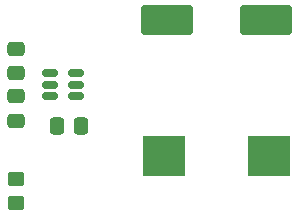
<source format=gtp>
G04 #@! TF.GenerationSoftware,KiCad,Pcbnew,8.0.3*
G04 #@! TF.CreationDate,2024-07-15T18:44:28+02:00*
G04 #@! TF.ProjectId,DCDC,44434443-2e6b-4696-9361-645f70636258,rev?*
G04 #@! TF.SameCoordinates,Original*
G04 #@! TF.FileFunction,Paste,Top*
G04 #@! TF.FilePolarity,Positive*
%FSLAX46Y46*%
G04 Gerber Fmt 4.6, Leading zero omitted, Abs format (unit mm)*
G04 Created by KiCad (PCBNEW 8.0.3) date 2024-07-15 18:44:28*
%MOMM*%
%LPD*%
G01*
G04 APERTURE LIST*
G04 Aperture macros list*
%AMRoundRect*
0 Rectangle with rounded corners*
0 $1 Rounding radius*
0 $2 $3 $4 $5 $6 $7 $8 $9 X,Y pos of 4 corners*
0 Add a 4 corners polygon primitive as box body*
4,1,4,$2,$3,$4,$5,$6,$7,$8,$9,$2,$3,0*
0 Add four circle primitives for the rounded corners*
1,1,$1+$1,$2,$3*
1,1,$1+$1,$4,$5*
1,1,$1+$1,$6,$7*
1,1,$1+$1,$8,$9*
0 Add four rect primitives between the rounded corners*
20,1,$1+$1,$2,$3,$4,$5,0*
20,1,$1+$1,$4,$5,$6,$7,0*
20,1,$1+$1,$6,$7,$8,$9,0*
20,1,$1+$1,$8,$9,$2,$3,0*%
G04 Aperture macros list end*
%ADD10RoundRect,0.150000X0.512500X0.150000X-0.512500X0.150000X-0.512500X-0.150000X0.512500X-0.150000X0*%
%ADD11RoundRect,0.250000X0.450000X-0.350000X0.450000X0.350000X-0.450000X0.350000X-0.450000X-0.350000X0*%
%ADD12R,3.550000X3.500000*%
%ADD13RoundRect,0.250000X-0.475000X0.337500X-0.475000X-0.337500X0.475000X-0.337500X0.475000X0.337500X0*%
%ADD14RoundRect,0.250000X0.475000X-0.337500X0.475000X0.337500X-0.475000X0.337500X-0.475000X-0.337500X0*%
%ADD15RoundRect,0.250000X1.950000X1.000000X-1.950000X1.000000X-1.950000X-1.000000X1.950000X-1.000000X0*%
%ADD16RoundRect,0.250000X-0.337500X-0.475000X0.337500X-0.475000X0.337500X0.475000X-0.337500X0.475000X0*%
G04 APERTURE END LIST*
D10*
X100767500Y-117355000D03*
X100767500Y-116405000D03*
X100767500Y-115455000D03*
X98492500Y-115455000D03*
X98492500Y-116405000D03*
X98492500Y-117355000D03*
D11*
X95630000Y-124405000D03*
X95630000Y-126405000D03*
D12*
X108155000Y-122405000D03*
X117105000Y-122405000D03*
D13*
X95630000Y-117367500D03*
X95630000Y-119442500D03*
D14*
X95630000Y-115442500D03*
X95630000Y-113367500D03*
D15*
X116830000Y-110905000D03*
X108430000Y-110905000D03*
D16*
X99092500Y-119905000D03*
X101167500Y-119905000D03*
M02*

</source>
